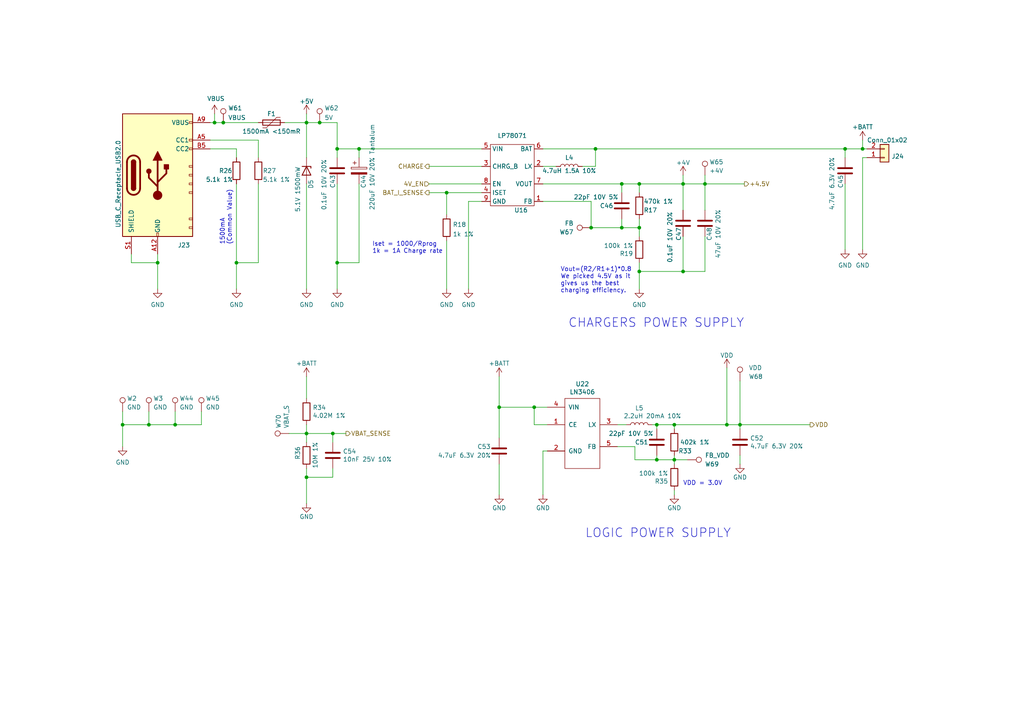
<source format=kicad_sch>
(kicad_sch (version 20211123) (generator eeschema)
  (paper "A4")
  (lib_symbols
    (symbol "Connector_Generic:Conn_01x02" (pin_names (offset 1.016) hide)
      (property "Reference" "J" (at 0 2.54 0))
      (property "Value" "Conn_01x02" (at 0 -5.08 0))
      (symbol "Conn_01x02_1_1"
        (rectangle (start -1.27 -2.413) (end 0 -2.667) (stroke (width 0.1524)))
        (rectangle (start -1.27 0.127) (end 0 -0.127) (stroke (width 0.1524)))
        (rectangle (start -1.27 1.27) (end 1.27 -3.81) (stroke (width 0.254)) (fill (type background)))
        (pin passive line (at -5.08 0 0) (length 3.81) (name "Pin_1") (number "1"))
        (pin passive line (at -5.08 -2.54 0) (length 3.81) (name "Pin_2") (number "2"))
      )
    )
    (symbol "Device:C" (pin_numbers hide) (pin_names (offset 0.254))
      (property "Reference" "C" (at 0.635 2.54 0))
      (property "Value" "C" (at 0.635 -2.54 0))
      (symbol "C_0_1"
        (polyline (pts (xy -2.032 -0.762) (xy 2.032 -0.762)) (stroke (width 0.508)))
        (polyline (pts (xy -2.032 0.762) (xy 2.032 0.762)) (stroke (width 0.508)))
      )
      (symbol "C_1_1"
        (pin passive line (at 0 3.81 270) (length 2.794) (name "~") (number "1"))
        (pin passive line (at 0 -3.81 90) (length 2.794) (name "~") (number "2"))
      )
    )
    (symbol "Device:C_Polarized" (pin_numbers hide) (pin_names (offset 0.254))
      (property "Reference" "C" (at 0.635 2.54 0))
      (property "Value" "C_Polarized" (at 0.635 -2.54 0))
      (symbol "C_Polarized_0_1"
        (rectangle (start -2.286 0.508) (end 2.286 1.016))
        (polyline (pts (xy -1.778 2.286) (xy -0.762 2.286)))
        (polyline (pts (xy -1.27 2.794) (xy -1.27 1.778)))
        (rectangle (start 2.286 -0.508) (end -2.286 -1.016) (fill (type outline)))
      )
      (symbol "C_Polarized_1_1"
        (pin passive line (at 0 3.81 270) (length 2.794) (name "~") (number "1"))
        (pin passive line (at 0 -3.81 90) (length 2.794) (name "~") (number "2"))
      )
    )
    (symbol "Device:D_Zener" (pin_numbers hide) (pin_names (offset 1.016) hide)
      (property "Reference" "D" (at 0 2.54 0))
      (property "Value" "D_Zener" (at 0 -2.54 0))
      (symbol "D_Zener_0_1"
        (polyline (pts (xy 1.27 0) (xy -1.27 0)))
        (polyline (pts (xy -1.27 -1.27) (xy -1.27 1.27) (xy -0.762 1.27)) (stroke (width 0.254)))
        (polyline (pts (xy 1.27 -1.27) (xy 1.27 1.27) (xy -1.27 0) (xy 1.27 -1.27)) (stroke (width 0.254)))
      )
      (symbol "D_Zener_1_1"
        (pin passive line (at -3.81 0 0) (length 2.54) (name "K") (number "1"))
        (pin passive line (at 3.81 0 180) (length 2.54) (name "A") (number "2"))
      )
    )
    (symbol "Device:L" (pin_numbers hide) (pin_names (offset 1.016) hide)
      (property "Reference" "L" (at -1.27 0 90))
      (property "Value" "L" (at 1.905 0 90))
      (symbol "L_0_1"
        (arc (start 0 -2.54) (mid 0.635 -1.905) (end 0 -1.27))
        (arc (start 0 -1.27) (mid 0.635 -0.635) (end 0 0))
        (arc (start 0 0) (mid 0.635 0.635) (end 0 1.27))
        (arc (start 0 1.27) (mid 0.635 1.905) (end 0 2.54))
      )
      (symbol "L_1_1"
        (pin passive line (at 0 3.81 270) (length 1.27) (name "1") (number "1"))
        (pin passive line (at 0 -3.81 90) (length 1.27) (name "2") (number "2"))
      )
    )
    (symbol "Device:Polyfuse" (pin_numbers hide) (pin_names (offset 0))
      (property "Reference" "F" (at -2.54 0 90))
      (property "Value" "Polyfuse" (at 2.54 0 90))
      (symbol "Polyfuse_0_1"
        (rectangle (start -0.762 2.54) (end 0.762 -2.54) (stroke (width 0.254)))
        (polyline (pts (xy 0 2.54) (xy 0 -2.54)))
        (polyline (pts (xy -1.524 2.54) (xy -1.524 1.524) (xy 1.524 -1.524) (xy 1.524 -2.54)))
      )
      (symbol "Polyfuse_1_1"
        (pin passive line (at 0 3.81 270) (length 1.27) (name "~") (number "1"))
        (pin passive line (at 0 -3.81 90) (length 1.27) (name "~") (number "2"))
      )
    )
    (symbol "Device:R" (pin_numbers hide) (pin_names (offset 0))
      (property "Reference" "R" (at 2.032 0 90))
      (property "Value" "R" (at 0 0 90))
      (symbol "R_0_1"
        (rectangle (start -1.016 -2.54) (end 1.016 2.54) (stroke (width 0.254)))
      )
      (symbol "R_1_1"
        (pin passive line (at 0 3.81 270) (length 1.27) (name "~") (number "1"))
        (pin passive line (at 0 -3.81 90) (length 1.27) (name "~") (number "2"))
      )
    )
    (symbol "Pixels-dice:LN3406" (pin_names (offset 1.016))
      (property "Reference" "U" (at 2.54 -11.43 0))
      (property "Value" "LN3406" (at -1.27 11.43 0))
      (symbol "LN3406_0_1"
        (rectangle (start -5.08 10.16) (end 5.08 -10.16))
      )
      (symbol "LN3406_1_1"
        (pin input line (at -10.16 2.54 0) (length 5.08) (name "CE") (number "1"))
        (pin power_in line (at -10.16 -5.08 0) (length 5.08) (name "GND") (number "2"))
        (pin power_out line (at 10.16 2.54 180) (length 5.08) (name "LX") (number "3"))
        (pin power_in line (at -10.16 7.62 0) (length 5.08) (name "VIN") (number "4"))
        (pin input line (at 10.16 -3.81 180) (length 5.08) (name "FB") (number "5"))
      )
    )
    (symbol "Pixels-dice:LP78071"
      (property "Reference" "U" (at 5.08 -10.16 0))
      (property "Value" "LP78071" (at 0 10.16 0))
      (symbol "LP78071_0_1"
        (rectangle (start -6.35 8.89) (end 6.35 -8.89))
      )
      (symbol "LP78071_1_1"
        (pin input line (at 8.89 -7.62 180) (length 2.54) (name "FB") (number "1"))
        (pin input line (at 8.89 2.54 180) (length 2.54) (name "LX") (number "2"))
        (pin open_collector line (at -8.89 2.54 0) (length 2.54) (name "CHRG_B") (number "3"))
        (pin input line (at -8.89 -5.08 0) (length 2.54) (name "ISET") (number "4"))
        (pin power_in line (at -8.89 7.62 0) (length 2.54) (name "VIN") (number "5"))
        (pin power_in line (at 8.89 7.62 180) (length 2.54) (name "BAT") (number "6"))
        (pin power_out line (at 8.89 -2.54 180) (length 2.54) (name "VOUT") (number "7"))
        (pin input line (at -8.89 -2.54 0) (length 2.54) (name "EN") (number "8"))
        (pin power_in line (at -8.89 -7.62 0) (length 2.54) (name "GND") (number "9"))
      )
    )
    (symbol "Pixels-dice:TEST_1P-conn" (pin_numbers hide) (pin_names (offset 0.762) hide)
      (property "Reference" "W" (at 0 6.858 0))
      (property "Value" "TEST_1P-conn" (at 0 5.08 0))
      (symbol "TEST_1P-conn_0_1"
        (circle (center 0 3.302) (radius 0.762))
      )
      (symbol "TEST_1P-conn_1_1"
        (pin passive line (at 0 0 90) (length 2.54) (name "1") (number "1"))
      )
    )
    (symbol "Pixels-dice:USB_C_Receptacle_USB2.0" (pin_names (offset 1.016))
      (property "Reference" "J" (at -10.16 19.05 0))
      (property "Value" "USB_C_Receptacle_USB2.0" (at 19.05 19.05 0))
      (symbol "USB_C_Receptacle_USB2.0_0_0"
        (rectangle (start -0.254 -17.78) (end 0.254 -16.764))
        (rectangle (start 10.16 -14.986) (end 9.144 -15.494))
        (rectangle (start 10.16 -12.446) (end 9.144 -12.954))
        (rectangle (start 10.16 -4.826) (end 9.144 -5.334))
        (rectangle (start 10.16 -2.286) (end 9.144 -2.794))
        (rectangle (start 10.16 0.254) (end 9.144 -0.254))
        (rectangle (start 10.16 2.794) (end 9.144 2.286))
        (rectangle (start 10.16 7.874) (end 9.144 7.366))
        (rectangle (start 10.16 10.414) (end 9.144 9.906))
        (rectangle (start 10.16 15.494) (end 9.144 14.986))
      )
      (symbol "USB_C_Receptacle_USB2.0_0_1"
        (rectangle (start -10.16 17.78) (end 10.16 -17.78) (stroke (width 0.254)) (fill (type background)))
        (arc (start -8.89 -3.81) (mid -6.985 -5.715) (end -5.08 -3.81) (stroke (width 0.508)))
        (arc (start -7.62 -3.81) (mid -6.985 -4.445) (end -6.35 -3.81) (stroke (width 0.254)))
        (arc (start -7.62 -3.81) (mid -6.985 -4.445) (end -6.35 -3.81) (stroke (width 0.254)) (fill (type outline)))
        (rectangle (start -7.62 -3.81) (end -6.35 3.81) (stroke (width 0.254)) (fill (type outline)))
        (arc (start -6.35 3.81) (mid -6.985 4.445) (end -7.62 3.81) (stroke (width 0.254)))
        (arc (start -6.35 3.81) (mid -6.985 4.445) (end -7.62 3.81) (stroke (width 0.254)) (fill (type outline)))
        (arc (start -5.08 3.81) (mid -6.985 5.715) (end -8.89 3.81) (stroke (width 0.508)))
        (circle (center -2.54 1.143) (radius 0.635) (stroke (width 0.254)) (fill (type outline)))
        (circle (center 0 -5.842) (radius 1.27) (fill (type outline)))
        (polyline (pts (xy -8.89 -3.81) (xy -8.89 3.81)) (stroke (width 0.508)))
        (polyline (pts (xy -5.08 3.81) (xy -5.08 -3.81)) (stroke (width 0.508)))
        (polyline (pts (xy 0 -5.842) (xy 0 4.318)) (stroke (width 0.508)))
        (polyline (pts (xy 0 -3.302) (xy -2.54 -0.762) (xy -2.54 0.508)) (stroke (width 0.508)))
        (polyline (pts (xy 0 -2.032) (xy 2.54 0.508) (xy 2.54 1.778)) (stroke (width 0.508)))
        (polyline (pts (xy -1.27 4.318) (xy 0 6.858) (xy 1.27 4.318) (xy -1.27 4.318)) (stroke (width 0.254)) (fill (type outline)))
        (rectangle (start 1.905 1.778) (end 3.175 3.048) (stroke (width 0.254)) (fill (type outline)))
      )
      (symbol "USB_C_Receptacle_USB2.0_1_1"
        (pin passive line (at 0 -22.86 90) (length 5.08) (name "GND") (number "A12"))
        (pin bidirectional line (at 15.24 10.16 180) (length 5.08) (name "CC1") (number "A5"))
        (pin passive line (at 15.24 15.24 180) (length 5.08) (name "VBUS") (number "A9"))
        (pin passive line (at 0 -22.86 90) (length 5.08) hide (name "GND") (number "B12"))
        (pin bidirectional line (at 15.24 7.62 180) (length 5.08) (name "CC2") (number "B5"))
        (pin passive line (at 15.24 15.24 180) (length 5.08) hide (name "VBUS") (number "B9"))
        (pin passive line (at -7.62 -22.86 90) (length 5.08) (name "SHIELD") (number "S1"))
      )
    )
    (symbol "power:+4V" (power) (pin_names (offset 0))
      (property "Value" "+4V" (at 0 3.556 0))
      (symbol "+4V_0_1"
        (polyline (pts (xy -0.762 1.27) (xy 0 2.54)))
        (polyline (pts (xy 0 0) (xy 0 2.54)))
        (polyline (pts (xy 0 2.54) (xy 0.762 1.27)))
      )
      (symbol "+4V_1_1"
        (pin power_in line (at 0 0 90) (length 0) hide (name "+4V") (number "1"))
      )
    )
    (symbol "power:+5V" (power) (pin_names (offset 0))
      (property "Value" "+5V" (at 0 3.556 0))
      (symbol "+5V_0_1"
        (polyline (pts (xy -0.762 1.27) (xy 0 2.54)))
        (polyline (pts (xy 0 0) (xy 0 2.54)))
        (polyline (pts (xy 0 2.54) (xy 0.762 1.27)))
      )
      (symbol "+5V_1_1"
        (pin power_in line (at 0 0 90) (length 0) hide (name "+5V") (number "1"))
      )
    )
    (symbol "power:+BATT" (power) (pin_names (offset 0))
      (property "Value" "+BATT" (at 0 3.556 0))
      (symbol "+BATT_0_1"
        (polyline (pts (xy -0.762 1.27) (xy 0 2.54)))
        (polyline (pts (xy 0 0) (xy 0 2.54)))
        (polyline (pts (xy 0 2.54) (xy 0.762 1.27)))
      )
      (symbol "+BATT_1_1"
        (pin power_in line (at 0 0 90) (length 0) hide (name "+BATT") (number "1"))
      )
    )
    (symbol "power:GND" (power) (pin_names (offset 0))
      (property "Value" "GND" (at 0 -3.81 0))
      (symbol "GND_0_1"
        (polyline (pts (xy 0 0) (xy 0 -1.27) (xy 1.27 -1.27) (xy 0 -2.54) (xy -1.27 -1.27) (xy 0 -1.27)))
      )
      (symbol "GND_1_1"
        (pin power_in line (at 0 0 270) (length 0) hide (name "GND") (number "1"))
      )
    )
    (symbol "power:VBUS" (power) (pin_names (offset 0))
      (property "Value" "VBUS" (at 0 3.81 0))
      (symbol "VBUS_0_1"
        (polyline (pts (xy -0.762 1.27) (xy 0 2.54)))
        (polyline (pts (xy 0 0) (xy 0 2.54)))
        (polyline (pts (xy 0 2.54) (xy 0.762 1.27)))
      )
      (symbol "VBUS_1_1"
        (pin power_in line (at 0 0 90) (length 0) hide (name "VBUS") (number "1"))
      )
    )
    (symbol "power:VDD" (power) (pin_names (offset 0))
      (property "Value" "VDD" (at 0 3.81 0))
      (symbol "VDD_0_1"
        (polyline (pts (xy -0.762 1.27) (xy 0 2.54)))
        (polyline (pts (xy 0 0) (xy 0 2.54)))
        (polyline (pts (xy 0 2.54) (xy 0.762 1.27)))
      )
      (symbol "VDD_1_1"
        (pin power_in line (at 0 0 90) (length 0) hide (name "VDD") (number "1"))
      )
    )
  )
  (junction (at 210.82 123.19))
  (junction (at 195.58 133.35))
  (junction (at 204.47 53.34))
  (junction (at 214.63 123.19))
  (junction (at 96.52 125.73))
  (junction (at 62.23 35.56))
  (junction (at 88.9 35.56))
  (junction (at 195.58 123.19))
  (junction (at 43.18 123.19))
  (junction (at 45.72 76.2))
  (junction (at 180.34 53.34))
  (junction (at 185.42 53.34))
  (junction (at 185.42 78.74))
  (junction (at 129.54 55.88))
  (junction (at 154.94 118.11))
  (junction (at 92.71 35.56))
  (junction (at 250.19 43.18))
  (junction (at 88.9 138.43))
  (junction (at 172.72 43.18))
  (junction (at 50.8 123.19))
  (junction (at 104.14 43.18))
  (junction (at 185.42 66.04))
  (junction (at 97.79 76.2))
  (junction (at 190.5 133.35))
  (junction (at 245.11 43.18))
  (junction (at 180.34 66.04))
  (junction (at 68.58 76.2))
  (junction (at 190.5 123.19))
  (junction (at 97.79 43.18))
  (junction (at 198.12 78.74))
  (junction (at 88.9 125.73))
  (junction (at 144.78 118.11))
  (junction (at 35.56 123.19))
  (junction (at 171.45 66.04))
  (junction (at 198.12 53.34))
  (junction (at 64.77 35.56))
  (wire (pts (xy 68.58 76.2) (xy 74.93 76.2)))
  (wire (pts (xy 198.12 53.34) (xy 198.12 50.8)))
  (wire (pts (xy 62.23 33.02) (xy 62.23 35.56)))
  (wire (pts (xy 35.56 123.19) (xy 35.56 129.54)))
  (wire (pts (xy 250.19 43.18) (xy 251.46 43.18)))
  (wire (pts (xy 129.54 69.85) (xy 129.54 83.82)))
  (wire (pts (xy 250.19 45.72) (xy 251.46 45.72)))
  (wire (pts (xy 154.94 118.11) (xy 158.75 118.11)))
  (wire (pts (xy 60.96 40.64) (xy 74.93 40.64)))
  (wire (pts (xy 172.72 43.18) (xy 245.11 43.18)))
  (wire (pts (xy 185.42 78.74) (xy 198.12 78.74)))
  (wire (pts (xy 144.78 134.62) (xy 144.78 143.51)))
  (wire (pts (xy 198.12 68.58) (xy 198.12 78.74)))
  (wire (pts (xy 204.47 53.34) (xy 204.47 60.96)))
  (wire (pts (xy 157.48 130.81) (xy 157.48 143.51)))
  (wire (pts (xy 97.79 53.34) (xy 97.79 76.2)))
  (wire (pts (xy 97.79 43.18) (xy 97.79 45.72)))
  (wire (pts (xy 181.61 123.19) (xy 179.07 123.19)))
  (wire (pts (xy 157.48 48.26) (xy 161.29 48.26)))
  (wire (pts (xy 171.45 58.42) (xy 171.45 66.04)))
  (wire (pts (xy 45.72 73.66) (xy 45.72 76.2)))
  (wire (pts (xy 129.54 55.88) (xy 129.54 62.23)))
  (wire (pts (xy 88.9 33.02) (xy 88.9 35.56)))
  (wire (pts (xy 185.42 66.04) (xy 185.42 68.58)))
  (wire (pts (xy 157.48 53.34) (xy 180.34 53.34)))
  (wire (pts (xy 96.52 138.43) (xy 88.9 138.43)))
  (wire (pts (xy 88.9 109.22) (xy 88.9 115.57)))
  (wire (pts (xy 139.7 58.42) (xy 135.89 58.42)))
  (wire (pts (xy 180.34 63.5) (xy 180.34 66.04)))
  (wire (pts (xy 195.58 133.35) (xy 195.58 134.62)))
  (wire (pts (xy 198.12 53.34) (xy 198.12 60.96)))
  (wire (pts (xy 144.78 109.22) (xy 144.78 118.11)))
  (wire (pts (xy 204.47 68.58) (xy 204.47 78.74)))
  (wire (pts (xy 68.58 43.18) (xy 68.58 45.72)))
  (wire (pts (xy 250.19 72.39) (xy 250.19 45.72)))
  (wire (pts (xy 104.14 43.18) (xy 139.7 43.18)))
  (wire (pts (xy 185.42 53.34) (xy 198.12 53.34)))
  (wire (pts (xy 171.45 66.04) (xy 180.34 66.04)))
  (wire (pts (xy 38.1 76.2) (xy 45.72 76.2)))
  (wire (pts (xy 104.14 76.2) (xy 97.79 76.2)))
  (wire (pts (xy 35.56 123.19) (xy 43.18 123.19)))
  (wire (pts (xy 144.78 118.11) (xy 154.94 118.11)))
  (wire (pts (xy 38.1 73.66) (xy 38.1 76.2)))
  (wire (pts (xy 190.5 123.19) (xy 189.23 123.19)))
  (wire (pts (xy 96.52 135.89) (xy 96.52 138.43)))
  (wire (pts (xy 214.63 132.08) (xy 214.63 134.62)))
  (wire (pts (xy 214.63 123.19) (xy 214.63 124.46)))
  (wire (pts (xy 185.42 78.74) (xy 185.42 83.82)))
  (wire (pts (xy 210.82 106.68) (xy 210.82 123.19)))
  (wire (pts (xy 96.52 125.73) (xy 96.52 128.27)))
  (wire (pts (xy 198.12 53.34) (xy 204.47 53.34)))
  (wire (pts (xy 190.5 133.35) (xy 195.58 133.35)))
  (wire (pts (xy 83.82 125.73) (xy 88.9 125.73)))
  (wire (pts (xy 195.58 123.19) (xy 210.82 123.19)))
  (wire (pts (xy 97.79 76.2) (xy 97.79 83.82)))
  (wire (pts (xy 204.47 50.8) (xy 204.47 53.34)))
  (wire (pts (xy 250.19 40.64) (xy 250.19 43.18)))
  (wire (pts (xy 210.82 123.19) (xy 214.63 123.19)))
  (wire (pts (xy 214.63 110.49) (xy 214.63 123.19)))
  (wire (pts (xy 50.8 123.19) (xy 58.42 123.19)))
  (wire (pts (xy 88.9 125.73) (xy 96.52 125.73)))
  (wire (pts (xy 190.5 133.35) (xy 190.5 132.08)))
  (wire (pts (xy 204.47 53.34) (xy 215.9 53.34)))
  (wire (pts (xy 185.42 53.34) (xy 185.42 55.88)))
  (wire (pts (xy 180.34 66.04) (xy 185.42 66.04)))
  (wire (pts (xy 195.58 142.24) (xy 195.58 143.51)))
  (wire (pts (xy 88.9 53.34) (xy 88.9 83.82)))
  (wire (pts (xy 88.9 35.56) (xy 88.9 45.72)))
  (wire (pts (xy 92.71 35.56) (xy 97.79 35.56)))
  (wire (pts (xy 195.58 133.35) (xy 195.58 132.08)))
  (wire (pts (xy 97.79 35.56) (xy 97.79 43.18)))
  (wire (pts (xy 185.42 76.2) (xy 185.42 78.74)))
  (wire (pts (xy 82.55 35.56) (xy 88.9 35.56)))
  (wire (pts (xy 88.9 35.56) (xy 92.71 35.56)))
  (wire (pts (xy 64.77 35.56) (xy 74.93 35.56)))
  (wire (pts (xy 88.9 138.43) (xy 88.9 146.05)))
  (wire (pts (xy 104.14 43.18) (xy 97.79 43.18)))
  (wire (pts (xy 195.58 133.35) (xy 199.39 133.35)))
  (wire (pts (xy 104.14 53.34) (xy 104.14 76.2)))
  (wire (pts (xy 190.5 124.46) (xy 190.5 123.19)))
  (wire (pts (xy 245.11 43.18) (xy 250.19 43.18)))
  (wire (pts (xy 43.18 123.19) (xy 43.18 119.38)))
  (wire (pts (xy 74.93 40.64) (xy 74.93 45.72)))
  (wire (pts (xy 157.48 43.18) (xy 172.72 43.18)))
  (wire (pts (xy 88.9 135.89) (xy 88.9 138.43)))
  (wire (pts (xy 60.96 35.56) (xy 62.23 35.56)))
  (wire (pts (xy 35.56 119.38) (xy 35.56 123.19)))
  (wire (pts (xy 185.42 63.5) (xy 185.42 66.04)))
  (wire (pts (xy 50.8 123.19) (xy 50.8 119.38)))
  (wire (pts (xy 180.34 53.34) (xy 185.42 53.34)))
  (wire (pts (xy 60.96 43.18) (xy 68.58 43.18)))
  (wire (pts (xy 104.14 43.18) (xy 104.14 45.72)))
  (wire (pts (xy 245.11 43.18) (xy 245.11 45.72)))
  (wire (pts (xy 195.58 124.46) (xy 195.58 123.19)))
  (wire (pts (xy 168.91 48.26) (xy 172.72 48.26)))
  (wire (pts (xy 157.48 58.42) (xy 171.45 58.42)))
  (wire (pts (xy 74.93 53.34) (xy 74.93 76.2)))
  (wire (pts (xy 245.11 53.34) (xy 245.11 72.39)))
  (wire (pts (xy 154.94 123.19) (xy 154.94 118.11)))
  (wire (pts (xy 58.42 123.19) (xy 58.42 119.38)))
  (wire (pts (xy 144.78 127) (xy 144.78 118.11)))
  (wire (pts (xy 124.46 53.34) (xy 139.7 53.34)))
  (wire (pts (xy 124.46 48.26) (xy 139.7 48.26)))
  (wire (pts (xy 62.23 35.56) (xy 64.77 35.56)))
  (wire (pts (xy 157.48 130.81) (xy 158.75 130.81)))
  (wire (pts (xy 135.89 58.42) (xy 135.89 83.82)))
  (wire (pts (xy 45.72 76.2) (xy 45.72 83.82)))
  (wire (pts (xy 180.34 53.34) (xy 180.34 55.88)))
  (wire (pts (xy 204.47 78.74) (xy 198.12 78.74)))
  (wire (pts (xy 214.63 123.19) (xy 234.95 123.19)))
  (wire (pts (xy 68.58 76.2) (xy 68.58 83.82)))
  (wire (pts (xy 88.9 123.19) (xy 88.9 125.73)))
  (wire (pts (xy 184.15 133.35) (xy 190.5 133.35)))
  (wire (pts (xy 88.9 125.73) (xy 88.9 128.27)))
  (wire (pts (xy 179.07 129.54) (xy 184.15 129.54)))
  (wire (pts (xy 96.52 125.73) (xy 100.33 125.73)))
  (wire (pts (xy 43.18 123.19) (xy 50.8 123.19)))
  (wire (pts (xy 124.46 55.88) (xy 129.54 55.88)))
  (wire (pts (xy 68.58 53.34) (xy 68.58 76.2)))
  (wire (pts (xy 184.15 129.54) (xy 184.15 133.35)))
  (wire (pts (xy 195.58 123.19) (xy 190.5 123.19)))
  (wire (pts (xy 172.72 43.18) (xy 172.72 48.26)))
  (wire (pts (xy 158.75 123.19) (xy 154.94 123.19)))
  (wire (pts (xy 139.7 55.88) (xy 129.54 55.88)))
  (text "1500mA\n(Common Value)" (at 67.31 71.12 90) (effects (font (size 1.27 1.27)) (justify left bottom)))
  (text "CHARGERS POWER SUPPLY" (at 215.9 95.25 180) (effects (font (size 2.54 2.54)) (justify right bottom)))
  (text "VDD = 3.0V" (at 209.55 140.97 180) (effects (font (size 1.27 1.27)) (justify right bottom)))
  (text "Iset = 1000/Rprog\n1k = 1A Charge rate" (at 107.95 73.66 0) (effects (font (size 1.27 1.27)) (justify left bottom)))
  (text "LOGIC POWER SUPPLY" (at 212.09 156.21 180) (effects (font (size 2.54 2.54)) (justify right bottom)))
  (text "Vout=(R2/R1+1)*0.8\nWe picked 4.5V as it\ngives us the best\ncharging efficiency." (at 162.56 85.09 0) (effects (font (size 1.27 1.27)) (justify left bottom)))
  (hierarchical_label "VDD" (shape output) (at 234.95 123.19 0))
  (hierarchical_label "BAT_I_SENSE" (shape output) (at 124.46 55.88 180))
  (hierarchical_label "CHARGE" (shape output) (at 124.46 48.26 180))
  (hierarchical_label "VBAT_SENSE" (shape output) (at 100.33 125.73 0))
  (hierarchical_label "+4.5V" (shape output) (at 215.9 53.34 0))
  (hierarchical_label "4V_EN" (shape input) (at 124.46 53.34 180))
  (symbol (lib_id "Device:L") (at 185.42 123.19 90) (unit 1)
    (property "Reference" "L5" (at 185.42 118.364 90))
    (property "Value" "2.2uH 20mA 10%" (at 189.23 120.65 90))
    (property "Footprint" "Inductor_SMD:L_0805_2012Metric" (effects hide))
    (property "Generic OK" "YES" (effects hide))
    (property "Pixels Part Number" "SMD-L004" (effects hide))
    (property "Manufacturer" "Bourns" (effects hide))
    (property "Manufacturer Part Number" "CV201210-2R2K" (effects hide))
    (property "LCSC Part Number" "C139455" (effects hide))
  )
  (symbol (lib_id "Device:C") (at 198.12 64.77 0) (unit 1)
    (property "Reference" "C47" (at 196.85 69.85 90) (effects (justify left)))
    (property "Value" "0.1uF 10V 20%" (at 194.31 76.2 90) (effects (justify left)))
    (property "Footprint" "Capacitor_SMD:C_0402_1005Metric" (effects hide))
    (property "LCSC Part Number" "C2168305" (effects hide))
    (property "Manufacturer" "Murata" (effects hide))
    (property "Manufacturer Part Number" "GRM155R71E104KE14J" (effects hide))
    (property "Generic OK" "YES" (effects hide))
  )
  (symbol (lib_id "Pixels-dice:TEST_1P-conn") (at 204.47 50.8 0) (unit 1)
    (property "Reference" "W65" (at 205.74 46.99 0) (effects (justify left)))
    (property "Value" "+4V" (at 205.74 49.53 0) (effects (justify left)))
    (property "Footprint" "Pixels-dice:TestPoint_THTPad_1.5x1.5mm_Drill0.7mm" (effects hide))
  )
  (symbol (lib_id "Device:C") (at 245.11 49.53 0) (unit 1)
    (property "Reference" "C45" (at 243.84 54.61 90) (effects (justify left)))
    (property "Value" "4.7uF 6.3V 20%" (at 241.3 60.96 90) (effects (justify left)))
    (property "Footprint" "Capacitor_SMD:C_0603_1608Metric" (effects hide))
    (property "Generic OK" "YES" (effects hide))
    (property "Pixels Part Number" "SMD-C002" (effects hide))
    (property "Manufacturer" "Murata" (effects hide))
    (property "Manufacturer Part Number" "GRM188R61A475KE15D" (effects hide))
    (property "LCSC Part Number" "C71633" (effects hide))
  )
  (symbol (lib_id "power:+5V") (at 88.9 33.02 0) (unit 1)
    (property "Reference" "#PWR059" (effects hide))
    (property "Value" "+5V" (at 88.9 29.4155 0))
  )
  (symbol (lib_id "Pixels-dice:TEST_1P-conn") (at 92.71 35.56 0) (unit 1)
    (property "Reference" "W62" (at 94.107 31.3495 0) (effects (justify left)))
    (property "Value" "5V" (at 94.107 34.1246 0) (effects (justify left)))
    (property "Footprint" "Pixels-dice:TEST_PIN" (effects hide))
  )
  (symbol (lib_id "power:+BATT") (at 88.9 109.22 0) (unit 1)
    (property "Reference" "#PWR081" (effects hide))
    (property "Value" "+BATT" (at 88.9 105.41 0))
  )
  (symbol (lib_id "Pixels-dice:TEST_1P-conn") (at 64.77 35.56 0) (unit 1)
    (property "Reference" "W61" (at 66.167 31.3495 0) (effects (justify left)))
    (property "Value" "VBUS" (at 66.167 34.1246 0) (effects (justify left)))
    (property "Footprint" "Pixels-dice:TestPoint_THTPad_1.5x1.5mm_Drill0.7mm" (effects hide))
  )
  (symbol (lib_id "Device:Polyfuse") (at 78.74 35.56 90) (unit 1)
    (property "Reference" "F1" (at 78.74 33.02 90))
    (property "Value" "1500mA <150mR" (at 78.74 38.1 90))
    (property "Footprint" "Fuse:Fuse_1206_3216Metric" (effects hide))
    (property "Manufacturer" "Shenzhen JDT Fuse" (effects hide))
    (property "LCSC Part Number" "C135341" (effects hide))
    (property "Manufacturer Part Number" "ASMD1206-150" (effects hide))
    (property "Generic OK" "YES" (effects hide))
  )
  (symbol (lib_id "Device:R") (at 68.58 49.53 180) (unit 1)
    (property "Reference" "R26" (at 63.5 49.53 0) (effects (justify right)))
    (property "Value" "5.1k 1%" (at 59.69 52.07 0) (effects (justify right)))
    (property "Footprint" "Resistor_SMD:R_0402_1005Metric" (effects hide))
    (property "LCSC Part Number" "C25905" (effects hide))
    (property "Manufacturer" "UNI-ROYAL(Uniroyal Elec)" (effects hide))
    (property "Manufacturer Part Number" "0402WGF5101TCE" (effects hide))
    (property "Generic OK" "YES" (effects hide))
  )
  (symbol (lib_id "power:GND") (at 88.9 83.82 0) (unit 1)
    (property "Reference" "#PWR066" (effects hide))
    (property "Value" "GND" (at 88.9 88.3825 0))
  )
  (symbol (lib_id "power:GND") (at 68.58 83.82 0) (unit 1)
    (property "Reference" "#PWR065" (effects hide))
    (property "Value" "GND" (at 68.58 88.3825 0))
  )
  (symbol (lib_id "Device:R") (at 74.93 49.53 180) (unit 1)
    (property "Reference" "R27" (at 76.2 49.53 0) (effects (justify right)))
    (property "Value" "5.1k 1%" (at 76.2 52.07 0) (effects (justify right)))
    (property "Footprint" "Resistor_SMD:R_0402_1005Metric" (effects hide))
    (property "LCSC Part Number" "C25905" (effects hide))
    (property "Manufacturer" "UNI-ROYAL(Uniroyal Elec)" (effects hide))
    (property "Manufacturer Part Number" "0402WGF5101TCE" (effects hide))
    (property "Generic OK" "YES" (effects hide))
  )
  (symbol (lib_id "Pixels-dice:TEST_1P-conn") (at 43.18 119.38 0) (unit 1)
    (property "Reference" "W3" (at 44.45 115.57 0) (effects (justify left)))
    (property "Value" "GND" (at 44.45 118.11 0) (effects (justify left)))
    (property "Footprint" "Pixels-dice:TestPoint_THTPad_1.5x1.5mm_Drill0.7mm" (effects hide))
  )
  (symbol (lib_id "power:VBUS") (at 62.23 33.02 0) (unit 1)
    (property "Reference" "#PWR058" (effects hide))
    (property "Value" "VBUS" (at 62.611 28.6258 0))
  )
  (symbol (lib_id "Device:L") (at 165.1 48.26 90) (unit 1)
    (property "Reference" "L4" (at 165.1 45.72 90))
    (property "Value" "4.7uH 1.5A 10%" (at 165.1 49.53 90))
    (property "Footprint" "Pixels-dice:SPM6530" (effects hide))
    (property "Generic OK" "YES" (effects hide))
    (property "Manufacturer" "TDK" (effects hide))
    (property "Manufacturer Part Number" "SPM6530T-4R7M" (effects hide))
    (property "LCSC Part Number" "C76857" (effects hide))
  )
  (symbol (lib_id "power:GND") (at 97.79 83.82 0) (unit 1)
    (property "Reference" "#PWR067" (effects hide))
    (property "Value" "GND" (at 97.79 88.3825 0))
  )
  (symbol (lib_id "power:GND") (at 250.19 72.39 0) (unit 1)
    (property "Reference" "#PWR033" (effects hide))
    (property "Value" "GND" (at 250.19 76.9525 0))
  )
  (symbol (lib_id "Device:C") (at 180.34 59.69 0) (unit 1)
    (property "Reference" "C46" (at 173.99 59.69 0) (effects (justify left)))
    (property "Value" "22pF 10V 5%" (at 166.37 57.15 0) (effects (justify left)))
    (property "Footprint" "Capacitor_SMD:C_0402_1005Metric" (effects hide))
    (property "Generic OK" "YES" (effects hide))
    (property "Pixels Part Number" "SMD-C007" (effects hide))
    (property "Manufacturer" "Yageo" (effects hide))
    (property "Manufacturer Part Number" "CC0402JRNPO9BN220" (effects hide))
    (property "LCSC Part Number" "C106203" (effects hide))
  )
  (symbol (lib_id "Pixels-dice:USB_C_Receptacle_USB2.0") (at 45.72 50.8 0) (unit 1)
    (property "Reference" "J23" (at 53.34 71.12 0))
    (property "Value" "USB_C_Receptacle_USB2.0" (at 34.29 53.34 90))
    (property "Footprint" "Pixels-dice:USB-C-SMD_10P-P1.00-L6.8-W8.9" (effects hide))
    (property "Datasheet" "https://www.usb.org/sites/default/files/documents/usb_type-c.zip" (effects hide))
    (property "LCSC Part Number" "C283540" (effects hide))
    (property "Manufacturer" "Korean Hroparts Elec" (effects hide))
    (property "Manufacturer Part Number" "TYPE-C-31-M-17" (effects hide))
    (property "Generic OK" "NO" (effects hide))
  )
  (symbol (lib_id "Device:C") (at 204.47 64.77 0) (unit 1)
    (property "Reference" "C48" (at 205.74 69.85 90) (effects (justify left)))
    (property "Value" "47uF 10V 20%" (at 208.28 74.93 90) (effects (justify left)))
    (property "Footprint" "Capacitor_SMD:C_1206_3216Metric" (effects hide))
    (property "LCSC Part Number" "C94034" (effects hide))
    (property "Manufacturer" "Murata" (effects hide))
    (property "Manufacturer Part Number" "GRM31CR61A476ME15L" (effects hide))
    (property "Generic OK" "YES" (effects hide))
  )
  (symbol (lib_id "power:GND") (at 35.56 129.54 0) (unit 1)
    (property "Reference" "#PWR010" (effects hide))
    (property "Value" "GND" (at 35.56 134.1025 0))
  )
  (symbol (lib_id "Connector_Generic:Conn_01x02") (at 256.54 45.72 0) (mirror x) (unit 1)
    (property "Reference" "J24" (at 258.572 45.3585 0) (effects (justify left)))
    (property "Value" "Conn_01x02" (at 251.46 40.64 0) (effects (justify left)))
    (property "Footprint" "Connector_JST:JST_EH_S2B-EH_1x02_P2.50mm_Horizontal" (effects hide))
  )
  (symbol (lib_id "Pixels-dice:TEST_1P-conn") (at 35.56 119.38 0) (unit 1)
    (property "Reference" "W2" (at 36.83 115.57 0) (effects (justify left)))
    (property "Value" "GND" (at 36.83 118.11 0) (effects (justify left)))
    (property "Footprint" "Pixels-dice:TestPoint_THTPad_1.5x1.5mm_Drill0.7mm" (effects hide))
  )
  (symbol (lib_id "Pixels-dice:TEST_1P-conn") (at 214.63 110.49 0) (unit 1)
    (property "Reference" "W68" (at 217.17 109.22 0) (effects (justify left)))
    (property "Value" "VDD" (at 217.17 106.68 0) (effects (justify left)))
    (property "Footprint" "Pixels-dice:TestPoint_THTPad_1.5x1.5mm_Drill0.7mm" (effects hide))
  )
  (symbol (lib_id "Device:C") (at 214.63 128.27 0) (unit 1)
    (property "Reference" "C52" (at 217.551 127.1016 0) (effects (justify left)))
    (property "Value" "4.7uF 6.3V 20%" (at 217.551 129.413 0) (effects (justify left)))
    (property "Footprint" "Capacitor_SMD:C_0603_1608Metric" (effects hide))
    (property "Generic OK" "YES" (effects hide))
    (property "Pixels Part Number" "SMD-C002" (effects hide))
    (property "Manufacturer" "Murata" (effects hide))
    (property "Manufacturer Part Number" "GRM188R61A475KE15D" (effects hide))
    (property "LCSC Part Number" "C71633" (effects hide))
  )
  (symbol (lib_id "Device:C") (at 190.5 128.27 0) (unit 1)
    (property "Reference" "C51" (at 184.15 128.27 0) (effects (justify left)))
    (property "Value" "22pF 10V 5%" (at 176.53 125.73 0) (effects (justify left)))
    (property "Footprint" "Capacitor_SMD:C_0402_1005Metric" (effects hide))
    (property "Generic OK" "YES" (effects hide))
    (property "Pixels Part Number" "SMD-C007" (effects hide))
    (property "Manufacturer" "Yageo" (effects hide))
    (property "Manufacturer Part Number" "CC0402JRNPO9BN220" (effects hide))
    (property "LCSC Part Number" "C106203" (effects hide))
  )
  (symbol (lib_id "Device:C") (at 96.52 132.08 0) (unit 1)
    (property "Reference" "C54" (at 99.441 130.9116 0) (effects (justify left)))
    (property "Value" "10nF 25V 10%" (at 99.441 133.223 0) (effects (justify left)))
    (property "Footprint" "Capacitor_SMD:C_0402_1005Metric" (effects hide))
    (property "Generic OK" "YES" (effects hide))
    (property "Pixels Part Number" "SMD-C009" (effects hide))
    (property "Manufacturer" "Yageo" (effects hide))
    (property "Manufacturer Part Number" "AC0402KPX7R9BB103" (effects hide))
    (property "LCSC Part Number" "C2175791" (effects hide))
  )
  (symbol (lib_id "Device:C") (at 97.79 49.53 0) (unit 1)
    (property "Reference" "C43" (at 96.52 54.61 90) (effects (justify left)))
    (property "Value" "0.1uF 10V 20%" (at 93.98 60.96 90) (effects (justify left)))
    (property "Footprint" "Capacitor_SMD:C_0402_1005Metric" (effects hide))
    (property "LCSC Part Number" "C2168305" (effects hide))
    (property "Manufacturer" "Murata" (effects hide))
    (property "Manufacturer Part Number" "GRM155R71E104KE14J" (effects hide))
    (property "Generic OK" "YES" (effects hide))
  )
  (symbol (lib_id "Pixels-dice:TEST_1P-conn") (at 50.8 119.38 0) (unit 1)
    (property "Reference" "W44" (at 52.07 115.57 0) (effects (justify left)))
    (property "Value" "GND" (at 52.07 118.11 0) (effects (justify left)))
    (property "Footprint" "Pixels-dice:TestPoint_THTPad_1.5x1.5mm_Drill0.7mm" (effects hide))
  )
  (symbol (lib_id "power:GND") (at 45.72 83.82 0) (unit 1)
    (property "Reference" "#PWR064" (effects hide))
    (property "Value" "GND" (at 45.72 88.3825 0))
  )
  (symbol (lib_id "power:GND") (at 195.58 143.51 0) (unit 1)
    (property "Reference" "#PWR085" (effects hide))
    (property "Value" "GND" (at 195.58 147.32 0))
  )
  (symbol (lib_id "Device:R") (at 195.58 128.27 180) (unit 1)
    (property "Reference" "R33" (at 200.66 130.81 0) (effects (justify left)))
    (property "Value" "402k 1%" (at 205.74 128.27 0) (effects (justify left)))
    (property "Footprint" "Resistor_SMD:R_0402_1005Metric" (effects hide))
    (property "Generic OK" "YES" (effects hide))
    (property "Pixels Part Number" "SMD-R001" (effects hide))
    (property "Manufacturer" "UNI-ROYAL(Uniroyal Elec)" (effects hide))
    (property "Manufacturer Part Number" "0402WGF4023TCE" (effects hide))
    (property "LCSC Part Number" "C25785" (effects hide))
  )
  (symbol (lib_id "Device:C_Polarized") (at 104.14 49.53 0) (unit 1)
    (property "Reference" "C44" (at 105.41 54.61 90) (effects (justify left)))
    (property "Value" "220uF 10V 20% Tantalum" (at 107.95 60.96 90) (effects (justify left)))
    (property "Footprint" "Capacitor_Tantalum_SMD:CP_EIA-3528-21_Kemet-B" (effects hide))
    (property "LCSC Part Number" "C30242" (effects hide))
    (property "Manufacturer" "AVX" (effects hide))
    (property "Manufacturer Part Number" "TLJB227M006R0500" (effects hide))
    (property "Generic OK" "YES" (effects hide))
  )
  (symbol (lib_id "Pixels-dice:LN3406") (at 168.91 125.73 0) (unit 1)
    (property "Reference" "U22" (at 168.91 111.379 0))
    (property "Value" "LN3406" (at 168.91 113.6904 0))
    (property "Footprint" "Pixels-dice:SOT-23-5" (effects hide))
    (property "Generic OK" "NO" (effects hide))
    (property "Manufacturer" "NATLINEAR" (effects hide))
    (property "Manufacturer Part Number" "XT3406AFMR-G" (effects hide))
    (property "Pixels Part Number" "SMD-U004-ALT1" (effects hide))
    (property "LCSC Part Number" "C190828" (effects hide))
  )
  (symbol (lib_id "Pixels-dice:TEST_1P-conn") (at 199.39 133.35 270) (unit 1)
    (property "Reference" "W69" (at 204.47 134.62 90) (effects (justify left)))
    (property "Value" "FB_VDD" (at 204.47 132.08 90) (effects (justify left)))
    (property "Footprint" "Pixels-dice:TEST_PIN" (effects hide))
  )
  (symbol (lib_id "power:GND") (at 157.48 143.51 0) (unit 1)
    (property "Reference" "#PWR084" (effects hide))
    (property "Value" "GND" (at 157.48 147.32 0))
  )
  (symbol (lib_id "Pixels-dice:TEST_1P-conn") (at 171.45 66.04 90) (unit 1)
    (property "Reference" "W67" (at 166.37 67.31 90) (effects (justify left)))
    (property "Value" "FB" (at 166.37 64.77 90) (effects (justify left)))
    (property "Footprint" "Pixels-dice:TEST_PIN" (effects hide))
  )
  (symbol (lib_id "power:+4V") (at 198.12 50.8 0) (unit 1)
    (property "Reference" "#PWR061" (effects hide))
    (property "Value" "+4V" (at 198.12 47.1955 0))
  )
  (symbol (lib_id "Device:R") (at 129.54 66.04 0) (unit 1)
    (property "Reference" "R18" (at 131.318 65.1315 0) (effects (justify left)))
    (property "Value" "1k 1%" (at 131.318 67.9066 0) (effects (justify left)))
    (property "Footprint" "Resistor_SMD:R_0402_1005Metric" (effects hide))
    (property "LCSC Part Number" "C25784" (effects hide))
    (property "Manufacturer" "UNI-ROYAL(Uniroyal Elec)" (effects hide))
    (property "Manufacturer Part Number" "0402WGF3001TCE" (effects hide))
    (property "Generic OK" "YES" (effects hide))
  )
  (symbol (lib_id "Device:C") (at 144.78 130.81 0) (unit 1)
    (property "Reference" "C53" (at 138.43 129.54 0) (effects (justify left)))
    (property "Value" "4.7uF 6.3V 20%" (at 127 132.08 0) (effects (justify left)))
    (property "Footprint" "Capacitor_SMD:C_0603_1608Metric" (effects hide))
    (property "Generic OK" "YES" (effects hide))
    (property "Pixels Part Number" "SMD-C002" (effects hide))
    (property "Manufacturer" "Murata" (effects hide))
    (property "Manufacturer Part Number" "GRM188R61A475KE15D" (effects hide))
    (property "LCSC Part Number" "C71633" (effects hide))
  )
  (symbol (lib_id "power:+BATT") (at 250.19 40.64 0) (unit 1)
    (property "Reference" "#PWR028" (effects hide))
    (property "Value" "+BATT" (at 250.19 36.83 0))
  )
  (symbol (lib_id "power:GND") (at 88.9 146.05 0) (unit 1)
    (property "Reference" "#PWR086" (effects hide))
    (property "Value" "GND" (at 88.9 149.86 0))
  )
  (symbol (lib_id "power:GND") (at 129.54 83.82 0) (unit 1)
    (property "Reference" "#PWR035" (effects hide))
    (property "Value" "GND" (at 129.54 88.3825 0))
  )
  (symbol (lib_id "Device:R") (at 185.42 59.69 180) (unit 1)
    (property "Reference" "R17" (at 186.69 60.96 0) (effects (justify right)))
    (property "Value" "470k 1%" (at 186.69 58.42 0) (effects (justify right)))
    (property "Footprint" "Resistor_SMD:R_0402_1005Metric" (effects hide))
    (property "Generic OK" "YES" (effects hide))
    (property "Manufacturer" "UNI-ROYAL(Uniroyal Elec)" (effects hide))
    (property "Manufacturer Part Number" "0402WGF4703TCE" (effects hide))
    (property "LCSC Part Number" "C25790" (effects hide))
  )
  (symbol (lib_id "Pixels-dice:TEST_1P-conn") (at 58.42 119.38 0) (unit 1)
    (property "Reference" "W45" (at 59.69 115.57 0) (effects (justify left)))
    (property "Value" "GND" (at 59.69 118.11 0) (effects (justify left)))
    (property "Footprint" "Pixels-dice:TestPoint_THTPad_1.5x1.5mm_Drill0.7mm" (effects hide))
  )
  (symbol (lib_id "power:GND") (at 214.63 134.62 0) (unit 1)
    (property "Reference" "#PWR082" (effects hide))
    (property "Value" "GND" (at 214.63 138.43 0))
  )
  (symbol (lib_id "power:VDD") (at 210.82 106.68 0) (unit 1)
    (property "Reference" "#PWR080" (effects hide))
    (property "Value" "VDD" (at 210.82 103.0755 0))
  )
  (symbol (lib_id "power:GND") (at 185.42 83.82 0) (unit 1)
    (property "Reference" "#PWR078" (effects hide))
    (property "Value" "GND" (at 185.42 88.3825 0))
  )
  (symbol (lib_id "Pixels-dice:LP78071") (at 148.59 50.8 0) (unit 1)
    (property "Reference" "U16" (at 151.13 60.96 0))
    (property "Value" "LP78071" (at 148.59 39.37 0))
    (property "Footprint" "Pixels-dice:SOIC-8-1EP_3.9x4.9mm_P1.27mm_EP2.29x3mm" (effects hide))
    (property "LCSC Part Number" "C517115" (effects hide))
    (property "Manufacturer" "LOWPOWER" (effects hide))
    (property "Manufacturer Part Number" "LP78071SPF" (effects hide))
    (property "Generic OK" "NO" (effects hide))
  )
  (symbol (lib_id "power:GND") (at 245.11 72.39 0) (unit 1)
    (property "Reference" "#PWR031" (effects hide))
    (property "Value" "GND" (at 245.11 76.9525 0))
  )
  (symbol (lib_id "power:+BATT") (at 144.78 109.22 0) (unit 1)
    (property "Reference" "#PWR038" (effects hide))
    (property "Value" "+BATT" (at 144.78 105.41 0))
  )
  (symbol (lib_id "Pixels-dice:TEST_1P-conn") (at 83.82 125.73 90) (unit 1)
    (property "Reference" "W70" (at 80.772 124.2568 0) (effects (justify left)))
    (property "Value" "VBAT_S" (at 83.0834 124.2568 0) (effects (justify left)))
    (property "Footprint" "Pixels-dice:TestPoint_THTPad_1.5x1.5mm_Drill0.7mm" (effects hide))
  )
  (symbol (lib_id "Device:R") (at 88.9 119.38 0) (unit 1)
    (property "Reference" "R34" (at 90.678 118.2116 0) (effects (justify left)))
    (property "Value" "4.02M 1%" (at 90.678 120.523 0) (effects (justify left)))
    (property "Footprint" "Resistor_SMD:R_0402_1005Metric" (effects hide))
    (property "Generic OK" "YES" (effects hide))
    (property "Pixels Part Number" "SMD-R003" (effects hide))
    (property "Manufacturer" "UNI-ROYAL(Uniroyal Elec)" (effects hide))
    (property "Manufacturer Part Number" "0402WGF4024TCE" (effects hide))
    (property "LCSC Part Number" "C423177" (effects hide))
  )
  (symbol (lib_id "Device:R") (at 185.42 72.39 180) (unit 1)
    (property "Reference" "R19" (at 183.642 73.5584 0) (effects (justify left)))
    (property "Value" "100k 1%" (at 183.642 71.247 0) (effects (justify left)))
    (property "Footprint" "Resistor_SMD:R_0402_1005Metric" (effects hide))
    (property "Generic OK" "YES" (effects hide))
    (property "Pixels Part Number" "SMD-R006" (effects hide))
    (property "Manufacturer" "UNI-ROYAL(Uniroyal Elec)" (effects hide))
    (property "Manufacturer Part Number" "0402WGF1003TCE" (effects hide))
    (property "LCSC Part Number" "C25741" (effects hide))
  )
  (symbol (lib_id "Device:D_Zener") (at 88.9 49.53 270) (unit 1)
    (property "Reference" "D5" (at 90.17 52.07 0) (effects (justify left)))
    (property "Value" "5.1V 1500mW" (at 86.36 48.26 0) (effects (justify left)))
    (property "Footprint" "Diode_SMD:D_SOD-123" (effects hide))
    (property "LCSC Part Number" "C266565" (effects hide))
    (property "Manufacturer" "Born" (effects hide))
    (property "Manufacturer Part Number" "BZT52C5V1" (effects hide))
    (property "Generic OK" "YES" (effects hide))
  )
  (symbol (lib_id "Device:R") (at 195.58 138.43 180) (unit 1)
    (property "Reference" "R35" (at 193.802 139.5984 0) (effects (justify left)))
    (property "Value" "100k 1%" (at 193.802 137.287 0) (effects (justify left)))
    (property "Footprint" "Resistor_SMD:R_0402_1005Metric" (effects hide))
    (property "Generic OK" "YES" (effects hide))
    (property "Pixels Part Number" "SMD-R006" (effects hide))
    (property "Manufacturer" "UNI-ROYAL(Uniroyal Elec)" (effects hide))
    (property "Manufacturer Part Number" "0402WGF1003TCE" (effects hide))
    (property "LCSC Part Number" "C25741" (effects hide))
  )
  (symbol (lib_id "Device:R") (at 88.9 132.08 0) (unit 1)
    (property "Reference" "R36" (at 86.36 133.35 90) (effects (justify left)))
    (property "Value" "10M 1%" (at 91.44 135.89 90) (effects (justify left)))
    (property "Footprint" "Resistor_SMD:R_0402_1005Metric" (effects hide))
    (property "Generic OK" "YES" (effects hide))
    (property "Pixels Part Number" "SMD-R004" (effects hide))
    (property "Manufacturer" "UNI-ROYAL(Uniroyal Elec)" (effects hide))
    (property "Manufacturer Part Number" "0402WGF1005TCE" (effects hide))
    (property "LCSC Part Number" "C26082" (effects hide))
  )
  (symbol (lib_id "power:GND") (at 135.89 83.82 0) (unit 1)
    (property "Reference" "#PWR036" (effects hide))
    (property "Value" "GND" (at 135.89 88.3825 0))
  )
  (symbol (lib_id "power:GND") (at 144.78 143.51 0) (unit 1)
    (property "Reference" "#PWR083" (effects hide))
    (property "Value" "GND" (at 144.78 147.32 0))
  )
)
</source>
